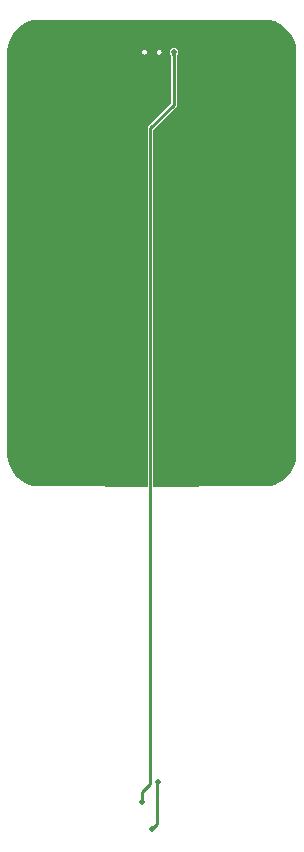
<source format=gbr>
%TF.GenerationSoftware,Altium Limited,Altium Designer,23.3.1 (30)*%
G04 Layer_Physical_Order=2*
G04 Layer_Color=36540*
%FSLAX26Y26*%
%MOIN*%
%TF.SameCoordinates,8EB50123-24BD-4293-BAC2-458A60E0733E*%
%TF.FilePolarity,Positive*%
%TF.FileFunction,Copper,L2,Inr,Signal*%
%TF.Part,Single*%
G01*
G75*
%TA.AperFunction,Conductor*%
%ADD15C,0.009842*%
%TA.AperFunction,ViaPad*%
%ADD17C,0.196850*%
%ADD18C,0.019685*%
G36*
X80335Y2551605D02*
X80000Y2551113D01*
X79705Y2550550D01*
X79449Y2549916D01*
X79232Y2549211D01*
X79055Y2548436D01*
X78917Y2547590D01*
X78819Y2546672D01*
X78740Y2544626D01*
X68898D01*
X68878Y2545684D01*
X68721Y2547590D01*
X68583Y2548436D01*
X68406Y2549211D01*
X68189Y2549916D01*
X67933Y2550550D01*
X67638Y2551113D01*
X67303Y2551605D01*
X66929Y2552026D01*
X80709D01*
X80335Y2551605D01*
D02*
G37*
G36*
X395146Y2665281D02*
X408830Y2661614D01*
X421919Y2656193D01*
X434188Y2649109D01*
X445428Y2640485D01*
X455445Y2630467D01*
X464070Y2619227D01*
X471153Y2606959D01*
X476575Y2593869D01*
X480242Y2580185D01*
X482091Y2566139D01*
Y2559055D01*
Y1220472D01*
Y1213389D01*
X480242Y1199342D01*
X476575Y1185658D01*
X471154Y1172569D01*
X464070Y1160300D01*
X455445Y1149060D01*
X445428Y1139043D01*
X434188Y1130418D01*
X421919Y1123335D01*
X408830Y1117913D01*
X395146Y1114246D01*
X381099Y1112397D01*
X173228D01*
X173065Y1112364D01*
X172900Y1112392D01*
X165175Y1112139D01*
X164690Y1112026D01*
X164194Y1112058D01*
X148876Y1110042D01*
X148250Y1109829D01*
X147589Y1109786D01*
X145633Y1109261D01*
X4032D01*
X4032Y2301259D01*
X80205Y2377432D01*
X82163Y2380363D01*
X82851Y2383819D01*
Y2544140D01*
X82999Y2544462D01*
X83072Y2546363D01*
X83142Y2547020D01*
X83240Y2547618D01*
X83352Y2548110D01*
X83468Y2548489D01*
X83577Y2548758D01*
X83661Y2548918D01*
X83704Y2548981D01*
X83895Y2549197D01*
X83993Y2549479D01*
X86799Y2553679D01*
X87868Y2559055D01*
X86799Y2564432D01*
X83753Y2568990D01*
X79195Y2572035D01*
X73819Y2573105D01*
X68442Y2572035D01*
X63884Y2568990D01*
X60839Y2564432D01*
X59769Y2559055D01*
X60839Y2553679D01*
X63644Y2549480D01*
X63742Y2549197D01*
X63934Y2548982D01*
X63977Y2548918D01*
X64061Y2548758D01*
X64169Y2548489D01*
X64286Y2548110D01*
X64398Y2547618D01*
X64487Y2547071D01*
X64620Y2545470D01*
X64637Y2544547D01*
X64787Y2544202D01*
Y2387560D01*
X-11386Y2311386D01*
X-13344Y2308456D01*
X-14032Y2305000D01*
X-14032Y1109261D01*
X-145633D01*
X-147589Y1109785D01*
X-148250Y1109829D01*
X-148876Y1110042D01*
X-164194Y1112058D01*
X-164690Y1112026D01*
X-165175Y1112139D01*
X-172900Y1112392D01*
X-173065Y1112364D01*
X-173228Y1112397D01*
X-381099D01*
X-395145Y1114246D01*
X-408830Y1117913D01*
X-421919Y1123334D01*
X-434188Y1130418D01*
X-445428Y1139043D01*
X-455446Y1149060D01*
X-464070Y1160300D01*
X-471154Y1172569D01*
X-476575Y1185658D01*
X-480242Y1199342D01*
X-482091Y1213389D01*
Y1220472D01*
Y2559055D01*
Y2566138D01*
X-480242Y2580185D01*
X-476575Y2593869D01*
X-471154Y2606958D01*
X-464070Y2619227D01*
X-455446Y2630467D01*
X-445428Y2640485D01*
X-434188Y2649110D01*
X-421919Y2656193D01*
X-408830Y2661615D01*
X-395145Y2665281D01*
X-381100Y2667131D01*
X381100D01*
X395146Y2665281D01*
D02*
G37*
%LPC*%
G36*
X24606Y2567083D02*
X21534Y2566472D01*
X18929Y2564732D01*
X17189Y2562127D01*
X16578Y2559055D01*
X17189Y2555983D01*
X18929Y2553378D01*
X21534Y2551638D01*
X24606Y2551027D01*
X27679Y2551638D01*
X30283Y2553378D01*
X32023Y2555983D01*
X32635Y2559055D01*
X32023Y2562127D01*
X30283Y2564732D01*
X27679Y2566472D01*
X24606Y2567083D01*
D02*
G37*
G36*
X-24606D02*
X-27679Y2566472D01*
X-30283Y2564732D01*
X-32023Y2562127D01*
X-32635Y2559055D01*
X-32023Y2555983D01*
X-30283Y2553378D01*
X-27679Y2551638D01*
X-24606Y2551027D01*
X-21534Y2551638D01*
X-18929Y2553378D01*
X-17189Y2555983D01*
X-16578Y2559055D01*
X-17189Y2562127D01*
X-18929Y2564732D01*
X-21534Y2566472D01*
X-24606Y2567083D01*
D02*
G37*
%LPD*%
D15*
X0Y-29528D02*
X15748Y-13780D01*
Y121299D02*
X20433Y125984D01*
X15748Y-13780D02*
Y121299D01*
X-31496Y59055D02*
Y93504D01*
X-5000Y120000D01*
X73819Y2383819D02*
Y2559055D01*
X-5000Y2305000D02*
X-5000Y120000D01*
X-5000Y2305000D02*
X73819Y2383819D01*
D17*
X374016Y1220472D02*
D03*
X-374016D02*
D03*
X374016Y2559055D02*
D03*
X-374016D02*
D03*
D18*
X20433Y125984D02*
D03*
X-112716Y1746260D02*
D03*
Y2139961D02*
D03*
X379410Y1943110D02*
D03*
X182559Y2336811D02*
D03*
X-309567Y1352559D02*
D03*
X-407992Y2336811D02*
D03*
X-211142D02*
D03*
X-407992Y1549410D02*
D03*
X-309567Y1746260D02*
D03*
Y2139961D02*
D03*
X-211142Y1549410D02*
D03*
X-407992Y1943110D02*
D03*
X-112716Y2533662D02*
D03*
X84134Y1746260D02*
D03*
X-211142Y1155709D02*
D03*
Y1943110D02*
D03*
X379410Y2336811D02*
D03*
X84134Y1352559D02*
D03*
X280984Y1746260D02*
D03*
X182559Y1155709D02*
D03*
Y1549410D02*
D03*
Y1943110D02*
D03*
X84134Y2139961D02*
D03*
X-112716Y1352559D02*
D03*
X280984D02*
D03*
Y2139961D02*
D03*
X379410Y1549410D02*
D03*
X73819Y2559055D02*
D03*
X-31496Y59055D02*
D03*
X0Y-29528D02*
D03*
%TF.MD5,b413dc5bb4752489f50a0603ae35c1ce*%
M02*

</source>
